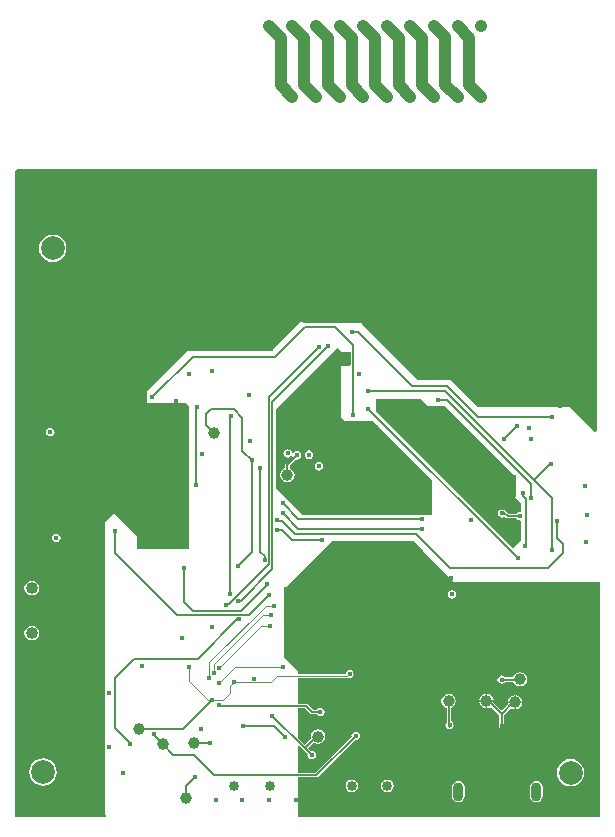
<source format=gbr>
%TF.GenerationSoftware,Altium Limited,Altium Designer,20.2.4 (192)*%
G04 Layer_Physical_Order=4*
G04 Layer_Color=16711680*
%FSLAX26Y26*%
%MOIN*%
%TF.SameCoordinates,E8949934-62E6-4346-A9B8-0D5D28CF3135*%
%TF.FilePolarity,Positive*%
%TF.FileFunction,Copper,L4,Bot,Signal*%
%TF.Part,Single*%
G01*
G75*
%TA.AperFunction,SMDPad,CuDef*%
%ADD11C,0.039370*%
%TA.AperFunction,Conductor*%
%ADD45C,0.003543*%
%ADD46C,0.007874*%
%ADD47C,0.004000*%
%ADD48C,0.039370*%
%TA.AperFunction,ComponentPad*%
%ADD68C,0.033465*%
%ADD69C,0.040157*%
%TA.AperFunction,ViaPad*%
%ADD70C,0.078740*%
%TA.AperFunction,ComponentPad*%
%ADD71O,0.035433X0.062992*%
%TA.AperFunction,ViaPad*%
%ADD72C,0.017716*%
%ADD73C,0.015748*%
%ADD74C,0.014961*%
%ADD75C,0.050000*%
G36*
X1947835Y1297244D02*
X1941929Y1291339D01*
X1858268Y1375000D01*
X1552165D01*
X1461614Y1465551D01*
X1352449D01*
X1166339Y1651661D01*
Y1653543D01*
X971457D01*
X962598Y1662402D01*
X869095Y1568898D01*
Y1560039D01*
X582677D01*
X448819Y1426181D01*
Y1386811D01*
X578740D01*
X590551Y1375000D01*
Y900998D01*
X589567Y900591D01*
X414370D01*
Y945866D01*
X339567Y1020669D01*
X309055Y990158D01*
Y16732D01*
X313182Y12605D01*
X310688Y8028D01*
X8028D01*
Y2160782D01*
X9843Y2162402D01*
X15748Y2168307D01*
X1947835D01*
Y1297244D01*
D02*
G37*
G36*
X1218504Y1402559D02*
X1361220D01*
X1385827Y1377953D01*
X1442913D01*
X1671260Y1149606D01*
X1679134D01*
Y1077756D01*
X1677165Y1075787D01*
X1696850Y1056102D01*
Y1028106D01*
X1692985Y1024934D01*
X1692000Y1025130D01*
X1686593Y1024054D01*
X1682009Y1020991D01*
X1680429Y1018627D01*
X1654159D01*
X1645893Y1026893D01*
X1645674Y1027040D01*
X1643562Y1030200D01*
X1638978Y1033263D01*
X1633571Y1034338D01*
X1628164Y1033263D01*
X1623580Y1030200D01*
X1620517Y1025616D01*
X1619441Y1020209D01*
X1620517Y1014802D01*
X1623580Y1010217D01*
X1628164Y1007155D01*
X1633571Y1006079D01*
X1638978Y1007155D01*
X1642024Y1009190D01*
X1645607Y1005607D01*
X1645607Y1005607D01*
X1648081Y1003954D01*
X1651000Y1003373D01*
X1680429D01*
X1682009Y1001009D01*
X1686593Y997946D01*
X1692000Y996870D01*
X1692985Y997066D01*
X1696850Y993894D01*
Y932087D01*
X1669291Y904528D01*
X1211614Y1362205D01*
Y1402378D01*
X1216614Y1404449D01*
X1218504Y1402559D01*
D02*
G37*
G36*
X1099789Y1557087D02*
X1129373D01*
Y1517168D01*
X1125000Y1512795D01*
X1097441D01*
Y1340551D01*
X1109252Y1328740D01*
X1203740D01*
X1400591Y1131890D01*
Y1015748D01*
X1366919D01*
X1365000Y1016130D01*
X1363081Y1015748D01*
X968504D01*
X879921Y1104331D01*
Y1367618D01*
X880125Y1368110D01*
X880771D01*
X1084768Y1572107D01*
X1099789Y1557087D01*
D02*
G37*
G36*
X1337000Y928000D02*
X1338968Y927969D01*
X1369000Y896000D01*
X1474000Y793000D01*
X1960476D01*
Y8028D01*
X951000D01*
Y140995D01*
X1013779D01*
X1013779Y140995D01*
X1016698Y141576D01*
X1019172Y143229D01*
X1141896Y265953D01*
X1144685Y265398D01*
X1150092Y266474D01*
X1154676Y269536D01*
X1157739Y274120D01*
X1158815Y279528D01*
X1157739Y284935D01*
X1154676Y289519D01*
X1150092Y292582D01*
X1144685Y293657D01*
X1139278Y292582D01*
X1134694Y289519D01*
X1131631Y284935D01*
X1130555Y279528D01*
X1131110Y276739D01*
X1010620Y156249D01*
X951000D01*
Y244181D01*
X955619Y246095D01*
X984645Y217069D01*
X984106Y214362D01*
X985182Y208955D01*
X988245Y204371D01*
X992829Y201308D01*
X998236Y200232D01*
X1003643Y201308D01*
X1008227Y204371D01*
X1011290Y208955D01*
X1012366Y214362D01*
X1011290Y219769D01*
X1008227Y224353D01*
X1003643Y227416D01*
X998236Y228492D01*
X995365Y227921D01*
X985146Y238140D01*
X1004551Y257544D01*
X1009459Y254264D01*
X1018701Y252426D01*
X1027942Y254264D01*
X1035777Y259499D01*
X1041012Y267333D01*
X1042850Y276575D01*
X1041012Y285816D01*
X1035777Y293651D01*
X1027942Y298886D01*
X1018701Y300724D01*
X1009459Y298886D01*
X1001625Y293651D01*
X996390Y285816D01*
X994552Y276575D01*
X995789Y270354D01*
X974360Y248926D01*
X951000Y272286D01*
Y370326D01*
X975888D01*
X993607Y352607D01*
X993607Y352607D01*
X996081Y350954D01*
X999000Y350373D01*
X1015429D01*
X1017009Y348009D01*
X1021593Y344946D01*
X1027000Y343870D01*
X1032407Y344946D01*
X1036991Y348009D01*
X1040054Y352593D01*
X1041130Y358000D01*
X1040054Y363407D01*
X1036991Y367991D01*
X1032407Y371054D01*
X1027000Y372130D01*
X1021593Y371054D01*
X1017009Y367991D01*
X1015429Y365627D01*
X1002159D01*
X984440Y383346D01*
X981966Y384999D01*
X979047Y385580D01*
X979047Y385580D01*
X951000D01*
Y472594D01*
X1115157D01*
X1116150Y473005D01*
X1118855Y471198D01*
X1124262Y470122D01*
X1129669Y471198D01*
X1134253Y474261D01*
X1137316Y478845D01*
X1138391Y484252D01*
X1137316Y489659D01*
X1134253Y494243D01*
X1129669Y497306D01*
X1124262Y498382D01*
X1118855Y497306D01*
X1114271Y494243D01*
X1111208Y489659D01*
X1110132Y484252D01*
X1110007Y484099D01*
X951000D01*
Y494000D01*
X906000Y539000D01*
Y775000D01*
X912000D01*
X1065000Y928000D01*
X1337000D01*
D02*
G37*
%LPC*%
G36*
X135000Y1949730D02*
X123164Y1948172D01*
X112135Y1943603D01*
X102664Y1936336D01*
X95397Y1926865D01*
X90828Y1915836D01*
X89270Y1904000D01*
X90828Y1892164D01*
X95397Y1881135D01*
X102664Y1871664D01*
X112135Y1864397D01*
X123164Y1859828D01*
X135000Y1858270D01*
X146836Y1859828D01*
X157865Y1864397D01*
X167336Y1871664D01*
X174603Y1881135D01*
X179172Y1892164D01*
X180730Y1904000D01*
X179172Y1915836D01*
X174603Y1926865D01*
X167336Y1936336D01*
X157865Y1943603D01*
X146836Y1948172D01*
X135000Y1949730D01*
D02*
G37*
G36*
X127000Y1305130D02*
X121593Y1304054D01*
X117009Y1300991D01*
X113946Y1296407D01*
X112870Y1291000D01*
X113946Y1285593D01*
X117009Y1281009D01*
X121593Y1277946D01*
X127000Y1276870D01*
X132407Y1277946D01*
X136991Y1281009D01*
X140054Y1285593D01*
X141130Y1291000D01*
X140054Y1296407D01*
X136991Y1300991D01*
X132407Y1304054D01*
X127000Y1305130D01*
D02*
G37*
G36*
X147000Y953130D02*
X141593Y952054D01*
X137009Y948991D01*
X133946Y944407D01*
X132870Y939000D01*
X133946Y933593D01*
X137009Y929009D01*
X141593Y925946D01*
X147000Y924870D01*
X152407Y925946D01*
X156991Y929009D01*
X160054Y933593D01*
X161130Y939000D01*
X160054Y944407D01*
X156991Y948991D01*
X152407Y952054D01*
X147000Y953130D01*
D02*
G37*
G36*
X64961Y796550D02*
X55566Y794682D01*
X47601Y789360D01*
X42279Y781395D01*
X40410Y772000D01*
X42279Y762605D01*
X47601Y754640D01*
X55566Y749318D01*
X64961Y747450D01*
X74356Y749318D01*
X82320Y754640D01*
X87642Y762605D01*
X89511Y772000D01*
X87642Y781395D01*
X82320Y789360D01*
X74356Y794682D01*
X64961Y796550D01*
D02*
G37*
G36*
Y646550D02*
X55566Y644682D01*
X47601Y639360D01*
X42279Y631395D01*
X40410Y622000D01*
X42279Y612605D01*
X47601Y604640D01*
X55566Y599318D01*
X64961Y597450D01*
X74356Y599318D01*
X82320Y604640D01*
X87642Y612605D01*
X89511Y622000D01*
X87642Y631395D01*
X82320Y639360D01*
X74356Y644682D01*
X64961Y646550D01*
D02*
G37*
G36*
X103000Y203730D02*
X91164Y202172D01*
X80135Y197603D01*
X70664Y190336D01*
X63397Y180865D01*
X58828Y169836D01*
X57270Y158000D01*
X58828Y146164D01*
X63397Y135135D01*
X70664Y125664D01*
X80135Y118397D01*
X91164Y113828D01*
X103000Y112270D01*
X114836Y113828D01*
X125865Y118397D01*
X135336Y125664D01*
X142603Y135135D01*
X147172Y146164D01*
X148730Y158000D01*
X147172Y169836D01*
X142603Y180865D01*
X135336Y190336D01*
X125865Y197603D01*
X114836Y202172D01*
X103000Y203730D01*
D02*
G37*
G36*
X989000Y1230130D02*
X983593Y1229054D01*
X979009Y1225991D01*
X975946Y1221407D01*
X974870Y1216000D01*
X975946Y1210593D01*
X979009Y1206009D01*
X983593Y1202946D01*
X989000Y1201870D01*
X994407Y1202946D01*
X998991Y1206009D01*
X1002054Y1210593D01*
X1003130Y1216000D01*
X1002054Y1221407D01*
X998991Y1225991D01*
X994407Y1229054D01*
X989000Y1230130D01*
D02*
G37*
G36*
X918000Y1234130D02*
X912593Y1233054D01*
X908009Y1229991D01*
X904946Y1225407D01*
X903870Y1220000D01*
X904946Y1214593D01*
X908009Y1210009D01*
X912593Y1206946D01*
X918000Y1205870D01*
X923407Y1206946D01*
X927991Y1210009D01*
X928510Y1210786D01*
X934045Y1210069D01*
X934362Y1209148D01*
X911607Y1186393D01*
X909954Y1183919D01*
X909373Y1181000D01*
X909373Y1180999D01*
Y1170632D01*
X907759Y1170311D01*
X899924Y1165076D01*
X894689Y1157241D01*
X892851Y1148000D01*
X894689Y1138759D01*
X899924Y1130924D01*
X907759Y1125689D01*
X917000Y1123851D01*
X926241Y1125689D01*
X934076Y1130924D01*
X939311Y1138759D01*
X941149Y1148000D01*
X939311Y1157241D01*
X934076Y1165076D01*
X926241Y1170311D01*
X924627Y1170632D01*
Y1177841D01*
X947211Y1200425D01*
X950000Y1199870D01*
X955407Y1200946D01*
X959991Y1204009D01*
X963054Y1208593D01*
X964130Y1214000D01*
X963054Y1219407D01*
X959991Y1223991D01*
X955407Y1227054D01*
X950000Y1228130D01*
X944593Y1227054D01*
X940009Y1223991D01*
X936946Y1219407D01*
X932130Y1220000D01*
X931054Y1225407D01*
X927991Y1229991D01*
X923407Y1233054D01*
X918000Y1234130D01*
D02*
G37*
G36*
X1022000Y1191130D02*
X1016593Y1190054D01*
X1012009Y1186991D01*
X1008946Y1182407D01*
X1007870Y1177000D01*
X1008946Y1171593D01*
X1012009Y1167009D01*
X1016593Y1163946D01*
X1022000Y1162870D01*
X1027407Y1163946D01*
X1031991Y1167009D01*
X1035054Y1171593D01*
X1036130Y1177000D01*
X1035054Y1182407D01*
X1031991Y1186991D01*
X1027407Y1190054D01*
X1022000Y1191130D01*
D02*
G37*
G36*
X1465551Y764130D02*
X1460144Y763054D01*
X1455560Y759991D01*
X1452497Y755407D01*
X1451421Y750000D01*
X1452497Y744593D01*
X1455560Y740009D01*
X1460144Y736946D01*
X1465551Y735870D01*
X1470958Y736946D01*
X1475542Y740009D01*
X1478605Y744593D01*
X1479681Y750000D01*
X1478605Y755407D01*
X1475542Y759991D01*
X1470958Y763054D01*
X1465551Y764130D01*
D02*
G37*
G36*
X1691929Y491669D02*
X1682688Y489830D01*
X1674853Y484596D01*
X1669618Y476761D01*
X1669101Y474162D01*
X1642476D01*
X1640897Y476527D01*
X1636313Y479590D01*
X1630906Y480665D01*
X1625498Y479590D01*
X1620914Y476527D01*
X1617851Y471943D01*
X1616776Y466536D01*
X1617851Y461128D01*
X1620914Y456544D01*
X1625498Y453481D01*
X1630906Y452406D01*
X1636313Y453481D01*
X1640897Y456544D01*
X1642476Y458909D01*
X1669493D01*
X1669618Y458278D01*
X1674853Y450444D01*
X1682688Y445209D01*
X1691929Y443371D01*
X1701170Y445209D01*
X1709005Y450444D01*
X1714240Y458278D01*
X1716078Y467520D01*
X1714240Y476761D01*
X1709005Y484596D01*
X1701170Y489830D01*
X1691929Y491669D01*
D02*
G37*
G36*
X1582709Y418436D02*
Y396685D01*
X1604460D01*
X1603020Y403926D01*
X1597785Y411761D01*
X1589950Y416996D01*
X1582709Y418436D01*
D02*
G37*
G36*
X1578709D02*
X1571467Y416996D01*
X1563633Y411761D01*
X1558398Y403926D01*
X1556957Y396685D01*
X1578709D01*
Y418436D01*
D02*
G37*
G36*
X1678240Y414440D02*
Y392689D01*
X1699992D01*
X1698551Y399931D01*
X1693316Y407765D01*
X1685482Y413000D01*
X1678240Y414440D01*
D02*
G37*
G36*
X1674240D02*
X1666999Y413000D01*
X1659165Y407765D01*
X1653930Y399931D01*
X1652489Y392689D01*
X1674240D01*
Y414440D01*
D02*
G37*
G36*
X1578709Y392685D02*
X1556957D01*
X1558398Y385444D01*
X1563633Y377609D01*
X1571467Y372374D01*
X1578709Y370934D01*
Y392685D01*
D02*
G37*
G36*
X1699992Y388689D02*
X1678240D01*
Y366938D01*
X1685482Y368378D01*
X1693316Y373613D01*
X1698551Y381448D01*
X1699992Y388689D01*
D02*
G37*
G36*
X1604460Y392685D02*
X1582709D01*
Y370934D01*
X1589950Y372374D01*
X1596039Y376443D01*
X1623279Y349203D01*
Y311024D01*
X1623859Y308105D01*
X1625513Y305631D01*
X1627987Y303977D01*
X1630906Y303397D01*
X1633824Y303977D01*
X1636299Y305631D01*
X1637952Y308105D01*
X1638532Y311024D01*
Y349203D01*
X1661429Y372100D01*
X1666999Y368378D01*
X1674240Y366938D01*
Y388689D01*
X1652489D01*
X1653146Y385389D01*
X1630906Y363148D01*
X1603947Y390107D01*
X1604460Y392685D01*
D02*
G37*
G36*
X1454724Y418834D02*
X1445483Y416996D01*
X1437649Y411761D01*
X1432414Y403926D01*
X1430575Y394685D01*
X1432414Y385444D01*
X1437649Y377609D01*
X1445483Y372374D01*
X1448574Y371759D01*
Y324679D01*
X1447686Y324086D01*
X1444623Y319502D01*
X1443547Y314094D01*
X1444623Y308687D01*
X1447686Y304103D01*
X1452270Y301040D01*
X1457677Y299965D01*
X1463084Y301040D01*
X1467668Y304103D01*
X1470731Y308687D01*
X1471807Y314094D01*
X1470731Y319502D01*
X1467668Y324086D01*
X1463828Y326652D01*
Y372347D01*
X1463966Y372374D01*
X1471800Y377609D01*
X1477035Y385444D01*
X1478873Y394685D01*
X1477035Y403926D01*
X1471800Y411761D01*
X1463966Y416996D01*
X1454724Y418834D01*
D02*
G37*
G36*
X1861000Y201730D02*
X1849164Y200172D01*
X1838135Y195603D01*
X1828664Y188336D01*
X1821397Y178865D01*
X1816828Y167836D01*
X1815270Y156000D01*
X1816828Y144164D01*
X1821397Y133135D01*
X1828664Y123664D01*
X1838135Y116397D01*
X1849164Y111828D01*
X1861000Y110270D01*
X1872836Y111828D01*
X1883865Y116397D01*
X1893336Y123664D01*
X1900603Y133135D01*
X1905172Y144164D01*
X1906730Y156000D01*
X1905172Y167836D01*
X1900603Y178865D01*
X1893336Y188336D01*
X1883865Y195603D01*
X1872836Y200172D01*
X1861000Y201730D01*
D02*
G37*
G36*
X1132000Y133138D02*
X1123911Y131529D01*
X1117053Y126947D01*
X1112471Y120089D01*
X1110861Y112000D01*
X1112471Y103911D01*
X1117053Y97053D01*
X1123911Y92471D01*
X1132000Y90862D01*
X1140089Y92471D01*
X1146947Y97053D01*
X1151529Y103911D01*
X1153139Y112000D01*
X1151529Y120089D01*
X1146947Y126947D01*
X1140089Y131529D01*
X1132000Y133138D01*
D02*
G37*
G36*
X1250110Y133138D02*
X1242021Y131529D01*
X1235163Y126947D01*
X1230581Y120089D01*
X1228972Y112000D01*
X1230581Y103910D01*
X1235163Y97053D01*
X1242021Y92471D01*
X1250110Y90861D01*
X1258200Y92471D01*
X1265057Y97053D01*
X1269640Y103910D01*
X1271249Y112000D01*
X1269640Y120089D01*
X1265057Y126947D01*
X1258200Y131529D01*
X1250110Y133138D01*
D02*
G37*
G36*
X1746677Y128922D02*
X1738203Y127236D01*
X1731020Y122436D01*
X1726220Y115253D01*
X1724535Y106779D01*
Y79221D01*
X1726220Y70747D01*
X1731020Y63564D01*
X1738203Y58764D01*
X1746677Y57078D01*
X1755150Y58764D01*
X1762334Y63564D01*
X1767133Y70747D01*
X1768819Y79221D01*
Y106779D01*
X1767133Y115253D01*
X1762334Y122436D01*
X1755150Y127236D01*
X1746677Y128922D01*
D02*
G37*
G36*
X1486834D02*
X1478361Y127236D01*
X1471177Y122436D01*
X1466378Y115253D01*
X1464692Y106779D01*
Y79221D01*
X1466378Y70747D01*
X1471177Y63564D01*
X1478361Y58764D01*
X1486834Y57078D01*
X1495308Y58764D01*
X1502491Y63564D01*
X1507291Y70747D01*
X1508976Y79221D01*
Y106779D01*
X1507291Y115253D01*
X1502491Y122436D01*
X1495308Y127236D01*
X1486834Y128922D01*
D02*
G37*
%LPD*%
D11*
X423228Y302165D02*
D03*
X672000Y1288000D02*
D03*
X1691929Y467520D02*
D03*
X500984Y251969D02*
D03*
X1454724Y394685D02*
D03*
X1018701Y276575D02*
D03*
X1676240Y390689D02*
D03*
X604331Y255905D02*
D03*
X1580709Y394685D02*
D03*
X917000Y1148000D02*
D03*
X578000Y73000D02*
D03*
D45*
X657323Y471677D02*
Y523323D01*
X688819Y456536D02*
X741283Y509000D01*
X903000D01*
X844630Y710630D02*
X874016D01*
X657323Y523323D02*
X844630Y710630D01*
X835630Y682087D02*
X863189D01*
X673071Y519528D02*
X835630Y682087D01*
X673071Y489331D02*
Y519528D01*
X689780Y503780D02*
Y504740D01*
X829039Y644000D02*
X859000D01*
X689780Y504740D02*
X829039Y644000D01*
X688819Y503780D02*
X689780D01*
X673071Y489331D02*
X674055D01*
X726000Y443492D02*
X739201Y456693D01*
X726000Y420000D02*
Y443492D01*
X739201Y456693D02*
X862205D01*
X883858Y478346D01*
X1121063Y484252D02*
X1124262D01*
X883858Y478346D02*
X1115157D01*
X1121063Y484252D01*
X589000Y462000D02*
Y507000D01*
X703000Y397000D02*
X726000Y420000D01*
X664021Y397979D02*
X665000Y397000D01*
X703000D01*
X589000Y462000D02*
X653021Y397979D01*
X664021D01*
X867000Y345000D02*
X867500D01*
X727000Y1345000D02*
X728000Y1346000D01*
X867000Y345000D02*
Y346000D01*
X392000Y253000D02*
Y255000D01*
D46*
X769000Y313000D02*
X871000D01*
X908000Y276000D01*
X750000Y667000D02*
X757000D01*
X618000Y535000D02*
X750000Y667000D01*
X405000Y535000D02*
X618000D01*
X569000Y301000D02*
X665000Y397000D01*
X424394Y301000D02*
X569000D01*
X423228Y302165D02*
X424394Y301000D01*
X1630906Y466536D02*
X1677165D01*
X1684055Y459646D01*
X1691929Y467520D01*
X500984Y251969D02*
Y254921D01*
X499508D02*
X500984D01*
X471457Y282973D02*
X499508Y254921D01*
X471457Y282973D02*
Y284449D01*
X856000Y851000D02*
Y1409000D01*
X1053150Y1577150D02*
Y1578740D01*
X867000Y1391000D02*
X1053150Y1577150D01*
X1640453Y1021500D02*
X1640500D01*
X1651000Y1011000D01*
X979047Y377953D02*
X999000Y358000D01*
X689000Y381000D02*
X690883Y379117D01*
X697370D01*
X698534Y377953D01*
X979047D01*
X500984Y251969D02*
X537402Y215551D01*
X606299D01*
X673228Y148622D01*
X1013779D01*
X1144685Y279528D01*
X1669233Y390689D02*
X1676240D01*
X1630906Y352362D02*
X1669233Y390689D01*
X1580709Y394685D02*
X1588583D01*
X1630906Y352362D01*
Y311024D02*
Y352362D01*
X1454724Y394685D02*
X1456201Y393209D01*
Y310531D02*
Y393209D01*
Y310531D02*
X1457677Y309055D01*
X974360Y238140D02*
X998138Y214362D01*
X867500Y345000D02*
X974360Y238140D01*
X1012795Y276575D02*
X1018701D01*
X974360Y238140D02*
X1012795Y276575D01*
X998138Y214362D02*
X998236D01*
X604331Y255905D02*
X659032D01*
X1815945Y938463D02*
Y995079D01*
Y938463D02*
X1835264Y919144D01*
X954000Y1002000D02*
X1365000D01*
X902000Y1054000D02*
X954000Y1002000D01*
X897858Y996142D02*
X942000Y952000D01*
X1346000D02*
X1459000Y839000D01*
X942000Y952000D02*
X1346000D01*
X899755Y964000D02*
X932755Y931000D01*
X1031000D01*
X1835264Y888579D02*
Y919144D01*
X1459000Y839000D02*
X1785685D01*
X1835264Y888579D01*
X1709000Y912000D02*
X1710883Y913883D01*
Y920843D01*
X1711000Y920960D01*
Y1069000D01*
X1702883Y1077117D02*
X1711000Y1069000D01*
X1702883Y1077117D02*
Y1085117D01*
X1701000Y1087000D02*
X1702883Y1085117D01*
X867000Y835000D02*
Y1391000D01*
X754883Y729883D02*
X761883D01*
X753000Y728000D02*
X754883Y729883D01*
X761883D02*
X867000Y835000D01*
X856000Y1409000D02*
X1022000Y1575000D01*
X722741Y717741D02*
X856000Y851000D01*
X711000Y716000D02*
X712741Y717741D01*
X722741D01*
X727000Y752000D02*
Y1345000D01*
X1798315Y899685D02*
Y1071685D01*
X1738500Y1131500D02*
X1798315Y1071685D01*
X1187000Y1369000D02*
X1685000Y871000D01*
X883858Y996142D02*
X897858D01*
X880976Y964000D02*
X899755D01*
X826000Y893000D02*
Y1173000D01*
X798000Y890000D02*
Y1198000D01*
X752000Y844000D02*
X798000Y890000D01*
X826000Y893000D02*
X841362Y877638D01*
Y864362D02*
Y877638D01*
X999000Y358000D02*
X1027000D01*
X738000Y1368000D02*
X767000Y1339000D01*
Y1229000D02*
Y1339000D01*
X661000Y1368000D02*
X738000D01*
X645000Y1352000D02*
X661000Y1368000D01*
X767000Y1229000D02*
X798000Y1198000D01*
X645000Y1315000D02*
Y1352000D01*
X578000Y73000D02*
Y111000D01*
X609000Y142000D01*
X917000Y1148000D02*
Y1181000D01*
X950000Y1214000D01*
X645000Y1315000D02*
X672000Y1288000D01*
X614000Y1373000D02*
X617000Y1376000D01*
X614000Y1115000D02*
Y1373000D01*
X848000Y783000D02*
Y784000D01*
X761000Y696000D02*
X848000Y783000D01*
X602000Y696000D02*
X761000D01*
X574000Y724000D02*
X602000Y696000D01*
X574000Y724000D02*
Y839000D01*
X342000Y889000D02*
X549000Y682000D01*
X342000Y889000D02*
Y961000D01*
X549000Y682000D02*
X790000D01*
X857000Y749000D01*
X902000Y1020000D02*
X953000Y969000D01*
X467000Y1407000D02*
X602000Y1542000D01*
X875000D01*
X975000Y1642000D01*
X1075000D01*
X1137000Y1580000D01*
Y1349000D02*
Y1580000D01*
X1418500Y1399500D02*
X1450500D01*
X1730685Y1119315D01*
Y1070315D02*
Y1119315D01*
X1132000Y1624000D02*
X1154000D01*
X1332000Y1446000D01*
X1449000D01*
X1552756Y1342244D01*
X1797756D01*
X1639000Y1268000D02*
X1684000Y1313000D01*
X1441000Y1429000D02*
X1738500Y1131500D01*
X1754500Y1147500D02*
X1755500D01*
X1738500Y1131500D02*
X1754500Y1147500D01*
X1195960Y1429000D02*
X1441000D01*
X1187000Y1427000D02*
X1188883Y1428883D01*
X1195843D01*
X1195960Y1429000D01*
X953000Y969000D02*
X1365000D01*
X1793685Y1185685D02*
X1794315D01*
X1755500Y1147500D02*
X1793685Y1185685D01*
X1690000Y1011000D02*
X1691000Y1012000D01*
X1651000Y1011000D02*
X1690000D01*
X1691000Y1012000D02*
X1692000Y1011000D01*
X342000Y305000D02*
X392000Y255000D01*
X342000Y305000D02*
Y472000D01*
X405000Y535000D01*
D47*
X883000Y997000D02*
X883858Y996142D01*
X950000Y1210288D02*
Y1214000D01*
D48*
X973000Y2447709D02*
X1012480Y2408228D01*
X973000Y2447709D02*
Y2605189D01*
X933740Y2644449D02*
X973000Y2605189D01*
X1563503Y2644607D02*
X1563661Y2644449D01*
X1524000Y2447890D02*
X1563661Y2408228D01*
X1524000Y2447890D02*
Y2605370D01*
X1484921Y2644449D02*
X1524000Y2605370D01*
X1444000Y2449150D02*
X1484921Y2408228D01*
X1444000Y2449150D02*
Y2606630D01*
X1406181Y2644449D02*
X1444000Y2606630D01*
X1367000Y2447409D02*
X1406181Y2408228D01*
X1367000Y2447409D02*
Y2604890D01*
X1327441Y2644449D02*
X1367000Y2604890D01*
X1288000Y2447669D02*
X1327441Y2408228D01*
X1288000Y2447669D02*
Y2605150D01*
X1248701Y2644449D02*
X1288000Y2605150D01*
X1209000Y2447929D02*
X1248701Y2408228D01*
X1209000Y2447929D02*
Y2605409D01*
X1169961Y2644449D02*
X1209000Y2605409D01*
X1131000Y2447189D02*
X1169961Y2408228D01*
X1131000Y2447189D02*
Y2604669D01*
X1091220Y2644449D02*
X1131000Y2604669D01*
X1052000Y2447449D02*
X1091220Y2408228D01*
X1052000Y2447449D02*
Y2604929D01*
X1012480Y2644449D02*
X1052000Y2604929D01*
X895000Y2446968D02*
X933740Y2408228D01*
X895000Y2446968D02*
Y2604441D01*
X855000Y2644441D02*
X895000Y2604441D01*
D68*
X1132000Y112000D02*
D03*
X1250110Y112000D02*
D03*
X858055D02*
D03*
X739945Y112000D02*
D03*
D69*
X64961Y622000D02*
D03*
Y772000D02*
D03*
D70*
X135000Y1904000D02*
D03*
X103000Y158000D02*
D03*
X1861000Y156000D02*
D03*
D71*
X1746677Y93000D02*
D03*
X1486834D02*
D03*
D72*
X1465551Y750000D02*
D03*
X1464000Y805000D02*
D03*
X1876536Y2106064D02*
D03*
X1832166Y2017323D02*
D03*
X1876536Y1928583D02*
D03*
X1832166Y1839843D02*
D03*
Y1662362D02*
D03*
Y1484882D02*
D03*
X1876536Y686220D02*
D03*
X1832166Y597480D02*
D03*
X1876536Y508740D02*
D03*
X1832166Y420000D02*
D03*
X1876536Y331260D02*
D03*
X1832166Y242519D02*
D03*
Y65039D02*
D03*
X1787795Y2106064D02*
D03*
X1743425Y2017323D02*
D03*
X1787795Y1928583D02*
D03*
X1743425Y597480D02*
D03*
X1787795Y508740D02*
D03*
X1743425Y420000D02*
D03*
X1787795Y331260D02*
D03*
X1743425Y242519D02*
D03*
X1787795Y153779D02*
D03*
X1699055Y2106064D02*
D03*
X1654685Y2017323D02*
D03*
X1699055Y1928583D02*
D03*
X1654685Y1839843D02*
D03*
Y1662362D02*
D03*
Y1484882D02*
D03*
X1699055Y1396142D02*
D03*
X1654685Y1129921D02*
D03*
Y952441D02*
D03*
Y597480D02*
D03*
X1699055Y508740D02*
D03*
Y331260D02*
D03*
Y153779D02*
D03*
X1610315Y2106064D02*
D03*
X1565945Y2017323D02*
D03*
X1610315Y1928583D02*
D03*
X1565945Y1839843D02*
D03*
X1610315Y1751103D02*
D03*
X1565945Y1662362D02*
D03*
Y597480D02*
D03*
X1610315Y508740D02*
D03*
Y331260D02*
D03*
X1521575Y2106064D02*
D03*
X1477205Y2017323D02*
D03*
X1521575Y1928583D02*
D03*
X1477205Y1839843D02*
D03*
X1521575Y1751103D02*
D03*
X1477205Y1484882D02*
D03*
Y1307402D02*
D03*
Y1129921D02*
D03*
Y597480D02*
D03*
X1521575Y508740D02*
D03*
X1477205Y420000D02*
D03*
X1521575Y331260D02*
D03*
X1477205Y242519D02*
D03*
X1432835Y2106064D02*
D03*
X1388465Y2017323D02*
D03*
X1432835Y1928583D02*
D03*
X1388465Y1839843D02*
D03*
X1432835Y1751103D02*
D03*
Y1573622D02*
D03*
X1388465Y1484882D02*
D03*
Y1307402D02*
D03*
X1432835Y1218661D02*
D03*
X1388465Y1129921D02*
D03*
X1432835Y686220D02*
D03*
X1388465Y597480D02*
D03*
X1432835Y508740D02*
D03*
X1388465Y242519D02*
D03*
X1432835Y153779D02*
D03*
X1388465Y65039D02*
D03*
X1344094Y2106064D02*
D03*
X1299724Y2017323D02*
D03*
X1344094Y1928583D02*
D03*
X1299724Y1839843D02*
D03*
X1344094Y1751103D02*
D03*
Y1573622D02*
D03*
X1299724Y1307402D02*
D03*
X1344094Y1041181D02*
D03*
Y863701D02*
D03*
Y686220D02*
D03*
X1299724Y597480D02*
D03*
Y420000D02*
D03*
X1344094Y153779D02*
D03*
X1299724Y65039D02*
D03*
X1255354Y2106064D02*
D03*
X1210984Y2017323D02*
D03*
X1255354Y1928583D02*
D03*
X1210984Y1839843D02*
D03*
X1255354Y1751103D02*
D03*
X1210984Y1307402D02*
D03*
X1255354Y1218661D02*
D03*
X1210984Y1129921D02*
D03*
X1255354Y1041181D02*
D03*
Y863701D02*
D03*
Y686220D02*
D03*
X1210984Y420000D02*
D03*
X1255354Y153779D02*
D03*
X1210984Y65039D02*
D03*
X1166614Y2106064D02*
D03*
X1122244Y2017323D02*
D03*
X1166614Y1928583D02*
D03*
X1122244Y1839843D02*
D03*
X1166614Y1751103D02*
D03*
X1122244Y1129921D02*
D03*
X1166614Y1041181D02*
D03*
Y863701D02*
D03*
Y686220D02*
D03*
Y153779D02*
D03*
X1122244Y65039D02*
D03*
X1077874Y2106064D02*
D03*
X1033504Y2017323D02*
D03*
X1077874Y1928583D02*
D03*
X1033504Y1839843D02*
D03*
X1077874Y1751103D02*
D03*
Y1218661D02*
D03*
Y1041181D02*
D03*
Y863701D02*
D03*
Y686220D02*
D03*
X1033504Y65039D02*
D03*
X944764Y2017323D02*
D03*
X989134Y1928583D02*
D03*
X944764Y1839843D02*
D03*
X989134Y1751103D02*
D03*
X944764Y65039D02*
D03*
X856023D02*
D03*
X811653Y2106064D02*
D03*
X767283Y2017323D02*
D03*
Y1839843D02*
D03*
Y65039D02*
D03*
X722913Y2106064D02*
D03*
X678543Y2017323D02*
D03*
X722913Y1928583D02*
D03*
X678543Y1839843D02*
D03*
X722913Y1751103D02*
D03*
Y1573622D02*
D03*
X678543Y65039D02*
D03*
X634173Y2106064D02*
D03*
X589803Y2017323D02*
D03*
X634173Y1928583D02*
D03*
X589803Y1839843D02*
D03*
X634173Y1751103D02*
D03*
X589803Y1662362D02*
D03*
X634173Y1573622D02*
D03*
X589803Y1484882D02*
D03*
X634173Y1218661D02*
D03*
X545433Y2106064D02*
D03*
X501062Y2017323D02*
D03*
X545433Y1928583D02*
D03*
X501062Y1839843D02*
D03*
X545433Y1751103D02*
D03*
X501062Y1662362D02*
D03*
X545433Y1573622D02*
D03*
Y1396142D02*
D03*
X501062Y1307402D02*
D03*
X545433Y1218661D02*
D03*
X501062Y1129921D02*
D03*
X456692Y2106064D02*
D03*
X412322Y2017323D02*
D03*
X456692Y1928583D02*
D03*
X412322Y1839843D02*
D03*
X456692Y1751103D02*
D03*
X412322Y1662362D02*
D03*
X456692Y1573622D02*
D03*
X412322Y1484882D02*
D03*
Y1307402D02*
D03*
X456692Y1218661D02*
D03*
X367952Y2106064D02*
D03*
X323582Y2017323D02*
D03*
X367952Y1928583D02*
D03*
X323582Y1839843D02*
D03*
X367952Y1751103D02*
D03*
X323582Y1662362D02*
D03*
X367952Y1573622D02*
D03*
X323582Y1484882D02*
D03*
Y420000D02*
D03*
Y242519D02*
D03*
X367952Y153779D02*
D03*
X279212Y2106064D02*
D03*
X234842Y2017323D02*
D03*
X279212Y1928583D02*
D03*
X234842Y1839843D02*
D03*
X279212Y1751103D02*
D03*
X234842Y1662362D02*
D03*
X279212Y1573622D02*
D03*
X234842Y1484882D02*
D03*
Y1307402D02*
D03*
X279212Y1041181D02*
D03*
X234842Y952441D02*
D03*
X279212Y863701D02*
D03*
X234842Y774961D02*
D03*
X279212Y508740D02*
D03*
X234842Y420000D02*
D03*
X279212Y331260D02*
D03*
X234842Y242519D02*
D03*
X279212Y153779D02*
D03*
X234842Y65039D02*
D03*
X190472Y2106064D02*
D03*
X146102Y2017323D02*
D03*
X190472Y1928583D02*
D03*
X146102Y1839843D02*
D03*
X190472Y1751103D02*
D03*
X146102Y1662362D02*
D03*
X190472Y1573622D02*
D03*
X146102Y1484882D02*
D03*
X190472Y1041181D02*
D03*
Y508740D02*
D03*
X146102Y420000D02*
D03*
X190472Y331260D02*
D03*
X146102Y242519D02*
D03*
X190472Y153779D02*
D03*
X146102Y65039D02*
D03*
X101732Y2106064D02*
D03*
X57361Y2017323D02*
D03*
Y1839843D02*
D03*
X101732Y1751103D02*
D03*
X57361Y1662362D02*
D03*
X101732Y1573622D02*
D03*
X57361Y1484882D02*
D03*
Y1307402D02*
D03*
X101732Y1041181D02*
D03*
X57361Y952441D02*
D03*
X101732Y863701D02*
D03*
Y686220D02*
D03*
Y508740D02*
D03*
X57361Y420000D02*
D03*
X101732Y331260D02*
D03*
X57361Y242519D02*
D03*
Y65039D02*
D03*
X769000Y313000D02*
D03*
X908000Y276000D02*
D03*
X628000Y303000D02*
D03*
X567000Y605000D02*
D03*
X757000Y667000D02*
D03*
X859000Y644000D02*
D03*
X1115158Y1529528D02*
D03*
X739201Y456693D02*
D03*
X1124262Y484252D02*
D03*
X589000Y507000D02*
D03*
X665000Y397000D02*
D03*
X806102Y468215D02*
D03*
X283465Y1278543D02*
D03*
X392000Y253000D02*
D03*
X1630906Y466536D02*
D03*
X284449Y1470472D02*
D03*
X471457Y284449D02*
D03*
X892716Y1232284D02*
D03*
X1053150Y1578740D02*
D03*
X1633571Y1020209D02*
D03*
X1333110Y422677D02*
D03*
X1079724Y279528D02*
D03*
X1132874Y576772D02*
D03*
X1144685Y279528D02*
D03*
X998236Y214362D02*
D03*
X1630906Y311024D02*
D03*
X1457677Y314094D02*
D03*
X659032Y255905D02*
D03*
X874016Y710630D02*
D03*
X863189Y682087D02*
D03*
X1815945Y995079D02*
D03*
X1910342Y1110342D02*
D03*
X902000Y1054000D02*
D03*
X1031000Y931000D02*
D03*
X1365000Y1002000D02*
D03*
X1701000Y1087000D02*
D03*
X753000Y728000D02*
D03*
X727000Y752000D02*
D03*
X711000Y716000D02*
D03*
X1728220Y1268780D02*
D03*
X147000Y939000D02*
D03*
X609000Y142000D02*
D03*
X1798315Y899685D02*
D03*
X883000Y997000D02*
D03*
X880976Y964000D02*
D03*
X754608Y1969867D02*
D03*
X699000Y1646000D02*
D03*
X1027000Y358000D02*
D03*
X1724000Y1306000D02*
D03*
X1917000Y1015000D02*
D03*
X1914000Y925000D02*
D03*
X789000Y1415000D02*
D03*
X728000Y1346000D02*
D03*
X918000Y1220000D02*
D03*
X989000Y1216000D02*
D03*
X1022000Y1177000D02*
D03*
X1155000Y1485000D02*
D03*
X794000Y1260000D02*
D03*
X1826000Y1377000D02*
D03*
X1902000Y1417000D02*
D03*
X1847000Y786000D02*
D03*
X667000Y643000D02*
D03*
X1530118Y996709D02*
D03*
X666000Y1496000D02*
D03*
X345000Y1112000D02*
D03*
X970000Y425000D02*
D03*
X903000Y509000D02*
D03*
X433000Y510000D02*
D03*
X1480000Y1536000D02*
D03*
X1904000Y1922000D02*
D03*
X127000Y1291000D02*
D03*
X950000Y1214000D02*
D03*
X617000Y1376000D02*
D03*
X798000Y1198000D02*
D03*
X848000Y784000D02*
D03*
X574000Y839000D02*
D03*
X342000Y961000D02*
D03*
X857000Y749000D02*
D03*
X826000Y1173000D02*
D03*
X614000Y1115000D02*
D03*
X867000Y346000D02*
D03*
X841362Y864362D02*
D03*
X752000Y844000D02*
D03*
X902000Y1020000D02*
D03*
X467000Y1407000D02*
D03*
X1137000Y1349000D02*
D03*
X1418500Y1399500D02*
D03*
X1730685Y1070315D02*
D03*
X1132000Y1624000D02*
D03*
X1797756Y1342244D02*
D03*
X1639000Y1268000D02*
D03*
X1684000Y1313000D02*
D03*
X1365000Y969000D02*
D03*
X1794315Y1185685D02*
D03*
X1187000Y1427000D02*
D03*
X1692000Y1011000D02*
D03*
X1685000Y871000D02*
D03*
X1187000Y1369000D02*
D03*
X1709000Y912000D02*
D03*
X1022000Y1575000D02*
D03*
X689000Y381000D02*
D03*
D73*
X657323Y471677D02*
D03*
X688819Y456536D02*
D03*
X673071Y489331D02*
D03*
X688819Y503780D02*
D03*
D74*
X1270669Y1387795D02*
D03*
X221457Y520669D02*
D03*
X1563661Y2644449D02*
D03*
Y2408228D02*
D03*
X1484921Y2644449D02*
D03*
Y2408228D02*
D03*
X1406181Y2644449D02*
D03*
Y2408228D02*
D03*
X1327441Y2644449D02*
D03*
Y2408228D02*
D03*
X1248701Y2644449D02*
D03*
Y2408228D02*
D03*
X1169961Y2644449D02*
D03*
Y2408228D02*
D03*
X1091220Y2644449D02*
D03*
Y2408228D02*
D03*
X1012480Y2644449D02*
D03*
Y2408228D02*
D03*
X933740Y2644449D02*
D03*
Y2408228D02*
D03*
X855000Y2644441D02*
D03*
D75*
X809762Y1810191D02*
D03*
Y1750191D02*
D03*
X806112Y1690302D02*
D03*
X903302Y1651743D02*
D03*
X898238Y1711529D02*
D03*
Y1771529D02*
D03*
Y1831529D02*
D03*
%TF.MD5,6b34a62ec2c9a4352c9745cd1a85e9be*%
M02*

</source>
